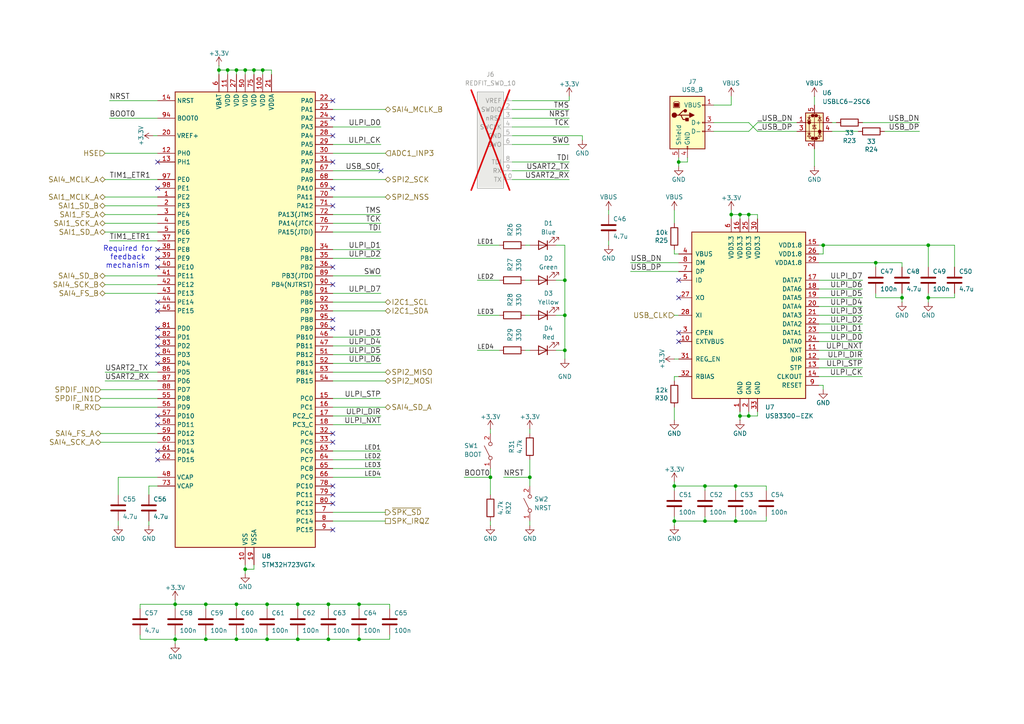
<source format=kicad_sch>
(kicad_sch (version 20231120) (generator "eeschema") (generator_version "8.0")
  (paper "A4")
  (title_block (title "blus mini mk2") (date "2024-11-22") (rev "b") (company "elagil"))
  (junction (at 68.58 20.32))
  (junction (at 104.14 175.26))
  (junction (at 104.14 185.42))
  (junction (at 76.2 20.32))
  (junction (at 213.36 140.97))
  (junction (at 204.47 140.97))
  (junction (at 217.17 62.23))
  (junction (at 213.36 151.13))
  (junction (at 68.58 175.26))
  (junction (at 77.47 185.42))
  (junction (at 217.17 120.65))
  (junction (at 50.8 185.42))
  (junction (at 195.58 140.97))
  (junction (at 77.47 175.26))
  (junction (at 269.24 71.12))
  (junction (at 59.69 185.42))
  (junction (at 59.69 175.26))
  (junction (at 261.62 86.36))
  (junction (at 196.85 46.99))
  (junction (at 195.58 151.13))
  (junction (at 238.76 71.12))
  (junction (at 95.25 185.42))
  (junction (at 86.36 185.42))
  (junction (at 163.83 91.44))
  (junction (at 63.5 20.32))
  (junction (at 50.8 175.26))
  (junction (at 86.36 175.26))
  (junction (at 254 76.2))
  (junction (at 66.04 20.32))
  (junction (at 153.67 138.43))
  (junction (at 163.83 81.28))
  (junction (at 269.24 86.36))
  (junction (at 71.12 165.1))
  (junction (at 142.24 138.43))
  (junction (at 73.66 20.32))
  (junction (at 204.47 151.13))
  (junction (at 95.25 175.26))
  (junction (at 68.58 185.42))
  (junction (at 163.83 101.6))
  (junction (at 214.63 120.65))
  (junction (at 71.12 20.32))
  (junction (at 214.63 62.23))
  (junction (at 212.09 62.23))
  (no_connect (at 96.52 34.29))
  (no_connect (at 45.72 72.39))
  (no_connect (at 45.72 90.17))
  (no_connect (at 196.85 96.52))
  (no_connect (at 96.52 92.71))
  (no_connect (at 96.52 143.51))
  (no_connect (at 45.72 95.25))
  (no_connect (at 45.72 130.81))
  (no_connect (at 96.52 128.27))
  (no_connect (at 45.72 133.35))
  (no_connect (at 45.72 120.65))
  (no_connect (at 45.72 87.63))
  (no_connect (at 45.72 102.87))
  (no_connect (at 45.72 100.33))
  (no_connect (at 96.52 125.73))
  (no_connect (at 196.85 81.28))
  (no_connect (at 96.52 95.25))
  (no_connect (at 45.72 74.93))
  (no_connect (at 96.52 46.99))
  (no_connect (at 110.49 49.53))
  (no_connect (at 96.52 59.69))
  (no_connect (at 96.52 146.05))
  (no_connect (at 196.85 99.06))
  (no_connect (at 96.52 77.47))
  (no_connect (at 45.72 123.19))
  (no_connect (at 196.85 86.36))
  (no_connect (at 96.52 82.55))
  (no_connect (at 45.72 54.61))
  (no_connect (at 96.52 39.37))
  (no_connect (at 96.52 54.61))
  (no_connect (at 96.52 153.67))
  (no_connect (at 96.52 140.97))
  (no_connect (at 45.72 46.99))
  (no_connect (at 96.52 29.21))
  (no_connect (at 45.72 77.47))
  (no_connect (at 45.72 105.41))
  (no_connect (at 45.72 97.79))
  (wire (pts (xy 212.09 60.96) (xy 212.09 62.23)))
  (wire (pts (xy 163.83 91.44) (xy 163.83 101.6)))
  (wire (pts (xy 195.58 109.22) (xy 195.58 110.49)))
  (wire (pts (xy 30.48 57.15) (xy 45.72 57.15)))
  (wire (pts (xy 237.49 93.98) (xy 250.19 93.98)))
  (wire (pts (xy 96.52 148.59) (xy 111.76 148.59)))
  (wire (pts (xy 161.29 81.28) (xy 163.83 81.28)))
  (wire (pts (xy 45.72 113.03) (xy 29.21 113.03)))
  (wire (pts (xy 148.59 34.29) (xy 165.1 34.29)))
  (wire (pts (xy 73.66 20.32) (xy 76.2 20.32)))
  (wire (pts (xy 138.43 91.44) (xy 144.78 91.44)))
  (wire (pts (xy 217.17 120.65) (xy 219.71 120.65)))
  (wire (pts (xy 256.54 38.1) (xy 266.7 38.1)))
  (wire (pts (xy 71.12 163.83) (xy 71.12 165.1)))
  (wire (pts (xy 95.25 176.53) (xy 95.25 175.26)))
  (wire (pts (xy 161.29 91.44) (xy 163.83 91.44)))
  (wire (pts (xy 63.5 20.32) (xy 66.04 20.32)))
  (wire (pts (xy 219.71 119.38) (xy 219.71 120.65)))
  (wire (pts (xy 96.52 52.07) (xy 111.76 52.07)))
  (wire (pts (xy 261.62 76.2) (xy 261.62 77.47)))
  (wire (pts (xy 31.75 34.29) (xy 45.72 34.29)))
  (wire (pts (xy 45.72 82.55) (xy 30.48 82.55)))
  (wire (pts (xy 96.52 123.19) (xy 110.49 123.19)))
  (wire (pts (xy 222.25 151.13) (xy 222.25 149.86)))
  (wire (pts (xy 217.17 35.56) (xy 207.01 35.56)))
  (wire (pts (xy 195.58 91.44) (xy 196.85 91.44)))
  (wire (pts (xy 254 77.47) (xy 254 76.2)))
  (wire (pts (xy 77.47 175.26) (xy 86.36 175.26)))
  (wire (pts (xy 142.24 138.43) (xy 142.24 143.51)))
  (wire (pts (xy 237.49 83.82) (xy 250.19 83.82)))
  (wire (pts (xy 236.22 27.94) (xy 236.22 30.48)))
  (wire (pts (xy 217.17 119.38) (xy 217.17 120.65)))
  (wire (pts (xy 40.64 175.26) (xy 50.8 175.26)))
  (wire (pts (xy 86.36 185.42) (xy 95.25 185.42)))
  (wire (pts (xy 96.52 87.63) (xy 111.76 87.63)))
  (wire (pts (xy 86.36 175.26) (xy 86.36 176.53)))
  (wire (pts (xy 237.49 109.22) (xy 250.19 109.22)))
  (wire (pts (xy 76.2 20.32) (xy 78.74 20.32)))
  (wire (pts (xy 104.14 175.26) (xy 113.03 175.26)))
  (wire (pts (xy 146.05 138.43) (xy 153.67 138.43)))
  (wire (pts (xy 148.59 31.75) (xy 165.1 31.75)))
  (wire (pts (xy 214.63 120.65) (xy 217.17 120.65)))
  (wire (pts (xy 195.58 104.14) (xy 196.85 104.14)))
  (wire (pts (xy 237.49 88.9) (xy 250.19 88.9)))
  (wire (pts (xy 138.43 71.12) (xy 144.78 71.12)))
  (wire (pts (xy 66.04 20.32) (xy 68.58 20.32)))
  (wire (pts (xy 195.58 60.96) (xy 195.58 64.77)))
  (wire (pts (xy 152.4 101.6) (xy 153.67 101.6)))
  (wire (pts (xy 73.66 20.32) (xy 73.66 21.59)))
  (wire (pts (xy 195.58 151.13) (xy 195.58 152.4)))
  (wire (pts (xy 96.52 118.11) (xy 111.76 118.11)))
  (wire (pts (xy 71.12 20.32) (xy 73.66 20.32)))
  (wire (pts (xy 153.67 138.43) (xy 153.67 140.97)))
  (wire (pts (xy 238.76 73.66) (xy 238.76 71.12)))
  (wire (pts (xy 96.52 85.09) (xy 110.49 85.09)))
  (wire (pts (xy 196.85 46.99) (xy 196.85 48.26)))
  (wire (pts (xy 43.18 140.97) (xy 43.18 143.51)))
  (wire (pts (xy 50.8 185.42) (xy 50.8 186.69)))
  (wire (pts (xy 266.7 35.56) (xy 250.19 35.56)))
  (wire (pts (xy 204.47 140.97) (xy 213.36 140.97)))
  (wire (pts (xy 59.69 175.26) (xy 68.58 175.26)))
  (wire (pts (xy 30.48 52.07) (xy 45.72 52.07)))
  (wire (pts (xy 153.67 151.13) (xy 153.67 152.4)))
  (wire (pts (xy 204.47 140.97) (xy 195.58 140.97)))
  (wire (pts (xy 214.63 119.38) (xy 214.63 120.65)))
  (wire (pts (xy 217.17 35.56) (xy 219.71 38.1)))
  (wire (pts (xy 30.48 62.23) (xy 45.72 62.23)))
  (wire (pts (xy 237.49 81.28) (xy 250.19 81.28)))
  (wire (pts (xy 71.12 165.1) (xy 71.12 166.37)))
  (wire (pts (xy 50.8 185.42) (xy 59.69 185.42)))
  (wire (pts (xy 204.47 142.24) (xy 204.47 140.97)))
  (wire (pts (xy 68.58 175.26) (xy 77.47 175.26)))
  (wire (pts (xy 217.17 63.5) (xy 217.17 62.23)))
  (wire (pts (xy 134.62 138.43) (xy 142.24 138.43)))
  (wire (pts (xy 95.25 175.26) (xy 104.14 175.26)))
  (wire (pts (xy 63.5 20.32) (xy 63.5 21.59)))
  (wire (pts (xy 237.49 71.12) (xy 238.76 71.12)))
  (wire (pts (xy 96.52 80.01) (xy 110.49 80.01)))
  (wire (pts (xy 213.36 142.24) (xy 213.36 140.97)))
  (wire (pts (xy 59.69 176.53) (xy 59.69 175.26)))
  (wire (pts (xy 63.5 19.05) (xy 63.5 20.32)))
  (wire (pts (xy 237.49 111.76) (xy 238.76 111.76)))
  (wire (pts (xy 68.58 20.32) (xy 71.12 20.32)))
  (wire (pts (xy 113.03 175.26) (xy 113.03 176.53)))
  (wire (pts (xy 195.58 118.11) (xy 195.58 121.92)))
  (wire (pts (xy 96.52 31.75) (xy 111.76 31.75)))
  (wire (pts (xy 213.36 140.97) (xy 222.25 140.97)))
  (wire (pts (xy 237.49 106.68) (xy 250.19 106.68)))
  (wire (pts (xy 86.36 185.42) (xy 86.36 184.15)))
  (wire (pts (xy 86.36 175.26) (xy 95.25 175.26)))
  (wire (pts (xy 269.24 86.36) (xy 276.86 86.36)))
  (wire (pts (xy 165.1 29.21) (xy 165.1 27.94)))
  (wire (pts (xy 138.43 81.28) (xy 144.78 81.28)))
  (wire (pts (xy 261.62 85.09) (xy 261.62 86.36)))
  (wire (pts (xy 68.58 185.42) (xy 77.47 185.42)))
  (wire (pts (xy 68.58 20.32) (xy 68.58 21.59)))
  (wire (pts (xy 213.36 151.13) (xy 213.36 149.86)))
  (wire (pts (xy 96.52 105.41) (xy 110.49 105.41)))
  (wire (pts (xy 96.52 72.39) (xy 110.49 72.39)))
  (wire (pts (xy 148.59 52.07) (xy 165.1 52.07)))
  (wire (pts (xy 45.72 80.01) (xy 30.48 80.01)))
  (wire (pts (xy 34.29 151.13) (xy 34.29 152.4)))
  (wire (pts (xy 152.4 91.44) (xy 153.67 91.44)))
  (wire (pts (xy 29.21 128.27) (xy 45.72 128.27)))
  (wire (pts (xy 40.64 176.53) (xy 40.64 175.26)))
  (wire (pts (xy 214.63 62.23) (xy 217.17 62.23)))
  (wire (pts (xy 204.47 151.13) (xy 204.47 149.86)))
  (wire (pts (xy 195.58 149.86) (xy 195.58 151.13)))
  (wire (pts (xy 237.49 86.36) (xy 250.19 86.36)))
  (wire (pts (xy 219.71 35.56) (xy 231.14 35.56)))
  (wire (pts (xy 236.22 43.18) (xy 236.22 48.26)))
  (wire (pts (xy 195.58 72.39) (xy 195.58 73.66)))
  (wire (pts (xy 96.52 120.65) (xy 110.49 120.65)))
  (wire (pts (xy 95.25 184.15) (xy 95.25 185.42)))
  (wire (pts (xy 212.09 30.48) (xy 212.09 27.94)))
  (wire (pts (xy 96.52 100.33) (xy 110.49 100.33)))
  (wire (pts (xy 76.2 20.32) (xy 76.2 21.59)))
  (wire (pts (xy 196.85 45.72) (xy 196.85 46.99)))
  (wire (pts (xy 96.52 110.49) (xy 111.76 110.49)))
  (wire (pts (xy 30.48 64.77) (xy 45.72 64.77)))
  (wire (pts (xy 241.3 38.1) (xy 248.92 38.1)))
  (wire (pts (xy 214.63 120.65) (xy 214.63 121.92)))
  (wire (pts (xy 148.59 36.83) (xy 165.1 36.83)))
  (wire (pts (xy 276.86 77.47) (xy 276.86 71.12)))
  (wire (pts (xy 237.49 96.52) (xy 250.19 96.52)))
  (wire (pts (xy 269.24 85.09) (xy 269.24 86.36)))
  (wire (pts (xy 96.52 151.13) (xy 111.76 151.13)))
  (wire (pts (xy 30.48 107.95) (xy 45.72 107.95)))
  (wire (pts (xy 96.52 57.15) (xy 111.76 57.15)))
  (wire (pts (xy 34.29 138.43) (xy 34.29 143.51)))
  (wire (pts (xy 196.85 78.74) (xy 182.88 78.74)))
  (wire (pts (xy 269.24 86.36) (xy 269.24 87.63)))
  (wire (pts (xy 29.21 118.11) (xy 45.72 118.11)))
  (wire (pts (xy 59.69 185.42) (xy 68.58 185.42)))
  (wire (pts (xy 73.66 163.83) (xy 73.66 165.1)))
  (wire (pts (xy 196.85 109.22) (xy 195.58 109.22)))
  (wire (pts (xy 77.47 185.42) (xy 86.36 185.42)))
  (wire (pts (xy 195.58 140.97) (xy 195.58 142.24)))
  (wire (pts (xy 163.83 71.12) (xy 163.83 81.28)))
  (wire (pts (xy 269.24 77.47) (xy 269.24 71.12)))
  (wire (pts (xy 238.76 71.12) (xy 269.24 71.12)))
  (wire (pts (xy 261.62 76.2) (xy 254 76.2)))
  (wire (pts (xy 219.71 35.56) (xy 217.17 38.1)))
  (wire (pts (xy 96.52 138.43) (xy 110.49 138.43)))
  (wire (pts (xy 96.52 97.79) (xy 110.49 97.79)))
  (wire (pts (xy 261.62 86.36) (xy 261.62 87.63)))
  (wire (pts (xy 66.04 20.32) (xy 66.04 21.59)))
  (wire (pts (xy 96.52 41.91) (xy 110.49 41.91)))
  (wire (pts (xy 142.24 124.46) (xy 142.24 125.73)))
  (wire (pts (xy 77.47 185.42) (xy 77.47 184.15)))
  (wire (pts (xy 78.74 21.59) (xy 78.74 20.32)))
  (wire (pts (xy 113.03 184.15) (xy 113.03 185.42)))
  (wire (pts (xy 142.24 135.89) (xy 142.24 138.43)))
  (wire (pts (xy 214.63 63.5) (xy 214.63 62.23)))
  (wire (pts (xy 213.36 151.13) (xy 222.25 151.13)))
  (wire (pts (xy 153.67 138.43) (xy 153.67 133.35)))
  (wire (pts (xy 34.29 138.43) (xy 45.72 138.43)))
  (wire (pts (xy 29.21 115.57) (xy 45.72 115.57)))
  (wire (pts (xy 217.17 62.23) (xy 219.71 62.23)))
  (wire (pts (xy 161.29 101.6) (xy 163.83 101.6)))
  (wire (pts (xy 238.76 111.76) (xy 238.76 113.03)))
  (wire (pts (xy 217.17 38.1) (xy 207.01 38.1)))
  (wire (pts (xy 96.52 102.87) (xy 110.49 102.87)))
  (wire (pts (xy 199.39 45.72) (xy 199.39 46.99)))
  (wire (pts (xy 71.12 165.1) (xy 73.66 165.1)))
  (wire (pts (xy 153.67 125.73) (xy 153.67 124.46)))
  (wire (pts (xy 261.62 86.36) (xy 254 86.36)))
  (wire (pts (xy 68.58 176.53) (xy 68.58 175.26)))
  (wire (pts (xy 30.48 110.49) (xy 45.72 110.49)))
  (wire (pts (xy 96.52 62.23) (xy 110.49 62.23)))
  (wire (pts (xy 148.59 29.21) (xy 165.1 29.21)))
  (wire (pts (xy 96.52 67.31) (xy 110.49 67.31)))
  (wire (pts (xy 168.91 39.37) (xy 168.91 40.64)))
  (wire (pts (xy 241.3 35.56) (xy 242.57 35.56)))
  (wire (pts (xy 110.49 49.53) (xy 96.52 49.53)))
  (wire (pts (xy 212.09 62.23) (xy 214.63 62.23)))
  (wire (pts (xy 40.64 184.15) (xy 40.64 185.42)))
  (wire (pts (xy 219.71 63.5) (xy 219.71 62.23)))
  (wire (pts (xy 219.71 38.1) (xy 231.14 38.1)))
  (wire (pts (xy 148.59 49.53) (xy 165.1 49.53)))
  (wire (pts (xy 195.58 73.66) (xy 196.85 73.66)))
  (wire (pts (xy 59.69 185.42) (xy 59.69 184.15)))
  (wire (pts (xy 237.49 73.66) (xy 238.76 73.66)))
  (wire (pts (xy 152.4 71.12) (xy 153.67 71.12)))
  (wire (pts (xy 96.52 74.93) (xy 110.49 74.93)))
  (wire (pts (xy 96.52 130.81) (xy 110.49 130.81)))
  (wire (pts (xy 96.52 107.95) (xy 111.76 107.95)))
  (wire (pts (xy 96.52 36.83) (xy 110.49 36.83)))
  (wire (pts (xy 148.59 41.91) (xy 165.1 41.91)))
  (wire (pts (xy 254 85.09) (xy 254 86.36)))
  (wire (pts (xy 163.83 101.6) (xy 163.83 104.14)))
  (wire (pts (xy 276.86 85.09) (xy 276.86 86.36)))
  (wire (pts (xy 50.8 175.26) (xy 50.8 176.53)))
  (wire (pts (xy 40.64 185.42) (xy 50.8 185.42)))
  (wire (pts (xy 96.52 133.35) (xy 110.49 133.35)))
  (wire (pts (xy 222.25 140.97) (xy 222.25 142.24)))
  (wire (pts (xy 31.75 69.85) (xy 45.72 69.85)))
  (wire (pts (xy 237.49 104.14) (xy 250.19 104.14)))
  (wire (pts (xy 96.52 64.77) (xy 110.49 64.77)))
  (wire (pts (xy 196.85 76.2) (xy 182.88 76.2)))
  (wire (pts (xy 30.48 67.31) (xy 45.72 67.31)))
  (wire (pts (xy 195.58 139.7) (xy 195.58 140.97)))
  (wire (pts (xy 148.59 39.37) (xy 168.91 39.37)))
  (wire (pts (xy 96.52 115.57) (xy 110.49 115.57)))
  (wire (pts (xy 31.75 29.21) (xy 45.72 29.21)))
  (wire (pts (xy 96.52 44.45) (xy 111.76 44.45)))
  (wire (pts (xy 152.4 81.28) (xy 153.67 81.28)))
  (wire (pts (xy 104.14 185.42) (xy 113.03 185.42)))
  (wire (pts (xy 71.12 20.32) (xy 71.12 21.59)))
  (wire (pts (xy 45.72 85.09) (xy 30.48 85.09)))
  (wire (pts (xy 59.69 175.26) (xy 50.8 175.26)))
  (wire (pts (xy 50.8 184.15) (xy 50.8 185.42)))
  (wire (pts (xy 237.49 76.2) (xy 254 76.2)))
  (wire (pts (xy 161.29 71.12) (xy 163.83 71.12)))
  (wire (pts (xy 163.83 81.28) (xy 163.83 91.44)))
  (wire (pts (xy 96.52 90.17) (xy 111.76 90.17)))
  (wire (pts (xy 95.25 185.42) (xy 104.14 185.42)))
  (wire (pts (xy 276.86 71.12) (xy 269.24 71.12)))
  (wire (pts (xy 212.09 62.23) (xy 212.09 63.5)))
  (wire (pts (xy 30.48 59.69) (xy 45.72 59.69)))
  (wire (pts (xy 237.49 99.06) (xy 250.19 99.06)))
  (wire (pts (xy 148.59 46.99) (xy 165.1 46.99)))
  (wire (pts (xy 77.47 175.26) (xy 77.47 176.53)))
  (wire (pts (xy 237.49 91.44) (xy 250.19 91.44)))
  (wire (pts (xy 237.49 101.6) (xy 250.19 101.6)))
  (wire (pts (xy 50.8 173.99) (xy 50.8 175.26)))
  (wire (pts (xy 196.85 46.99) (xy 199.39 46.99)))
  (wire (pts (xy 104.14 176.53) (xy 104.14 175.26)))
  (wire (pts (xy 142.24 151.13) (xy 142.24 152.4)))
  (wire (pts (xy 204.47 151.13) (xy 213.36 151.13)))
  (wire (pts (xy 176.53 60.96) (xy 176.53 62.23)))
  (wire (pts (xy 138.43 101.6) (xy 144.78 101.6)))
  (wire (pts (xy 44.45 39.37) (xy 45.72 39.37)))
  (wire (pts (xy 30.48 44.45) (xy 45.72 44.45)))
  (wire (pts (xy 176.53 69.85) (xy 176.53 71.12)))
  (wire (pts (xy 29.21 125.73) (xy 45.72 125.73)))
  (wire (pts (xy 43.18 140.97) (xy 45.72 140.97)))
  (wire (pts (xy 207.01 30.48) (xy 212.09 30.48)))
  (wire (pts (xy 104.14 184.15) (xy 104.14 185.42)))
  (wire (pts (xy 96.52 135.89) (xy 110.49 135.89)))
  (wire (pts (xy 195.58 151.13) (xy 204.47 151.13)))
  (wire (pts (xy 43.18 151.13) (xy 43.18 152.4)))
  (wire (pts (xy 68.58 185.42) (xy 68.58 184.15)))
  (text "Required for\nfeedback\nmechanism" (at 37.084 74.676 0) (effects (font (size 1.524 1.524))))
  (label "ULPI_D1" (at 110.49 72.39 180) (effects (font (size 1.524 1.524))))
  (label "ULPI_D4" (at 110.49 100.33 180) (effects (font (size 1.524 1.524))))
  (label "ULPI_D0" (at 110.49 36.83 180) (effects (font (size 1.524 1.524))))
  (label "TDI" (at 110.49 67.31 180) (effects (font (size 1.524 1.524))))
  (label "ULPI_D3" (at 110.49 97.79 180) (effects (font (size 1.524 1.524))))
  (label "BOOT0" (at 134.62 138.43 0) (effects (font (size 1.524 1.524))))
  (label "ULPI_D5" (at 250.19 86.36 180) (effects (font (size 1.524 1.524))))
  (label "ULPI_D1" (at 250.19 96.52 180) (effects (font (size 1.524 1.524))))
  (label "ULPI_D7" (at 250.19 81.28 180) (effects (font (size 1.524 1.524))))
  (label "ULPI_D2" (at 250.19 93.98 180) (effects (font (size 1.524 1.524))))
  (label "SWO" (at 165.1 41.91 180) (effects (font (size 1.524 1.524))))
  (label "NRST" (at 165.1 34.29 180) (effects (font (size 1.524 1.524))))
  (label "USART2_TX" (at 165.1 49.53 180) (effects (font (size 1.524 1.524))))
  (label "ULPI_D7" (at 110.49 85.09 180) (effects (font (size 1.524 1.524))))
  (label "USB_DN" (at 266.7 35.56 180) (effects (font (size 1.524 1.524))))
  (label "TCK" (at 110.49 64.77 180) (effects (font (size 1.524 1.524))))
  (label "TIM1_ETR1" (at 31.75 69.85 0) (effects (font (size 1.524 1.524))))
  (label "LED1" (at 138.43 71.12 0))
  (label "ULPI_DIR" (at 250.19 104.14 180) (effects (font (size 1.524 1.524))))
  (label "ULPI_D6" (at 250.19 83.82 180) (effects (font (size 1.524 1.524))))
  (label "ULPI_NXT" (at 250.19 101.6 180) (effects (font (size 1.524 1.524))))
  (label "ULPI_D3" (at 250.19 91.44 180) (effects (font (size 1.524 1.524))))
  (label "SWO" (at 110.49 80.01 180) (effects (font (size 1.524 1.524))))
  (label "ULPI_D2" (at 110.49 74.93 180) (effects (font (size 1.524 1.524))))
  (label "LED2" (at 138.43 81.28 0))
  (label "USB_DP" (at 182.88 78.74 0) (effects (font (size 1.524 1.524))))
  (label "_USB_DP" (at 219.71 38.1 0) (effects (font (size 1.524 1.524))))
  (label "TMS" (at 165.1 31.75 180) (effects (font (size 1.524 1.524))))
  (label "TIM1_ETR1" (at 31.75 52.07 0) (effects (font (size 1.524 1.524))))
  (label "ULPI_D4" (at 250.19 88.9 180) (effects (font (size 1.524 1.524))))
  (label "TMS" (at 110.49 62.23 180) (effects (font (size 1.524 1.524))))
  (label "ULPI_DIR" (at 110.49 120.65 180) (effects (font (size 1.524 1.524))))
  (label "LED3" (at 138.43 91.44 0))
  (label "TDI" (at 165.1 46.99 180) (effects (font (size 1.524 1.524))))
  (label "USB_SOF" (at 110.49 49.53 180) (effects (font (size 1.524 1.524))))
  (label "ULPI_STP" (at 250.19 106.68 180) (effects (font (size 1.524 1.524))))
  (label "LED3" (at 110.49 135.89 180))
  (label "ULPI_STP" (at 110.49 115.57 180) (effects (font (size 1.524 1.524))))
  (label "USB_DP" (at 266.7 38.1 180) (effects (font (size 1.524 1.524))))
  (label "NRST" (at 31.75 29.21 0) (effects (font (size 1.524 1.524))))
  (label "USART2_RX" (at 30.48 110.49 0) (effects (font (size 1.524 1.524))))
  (label "USB_DN" (at 182.88 76.2 0) (effects (font (size 1.524 1.524))))
  (label "BOOT0" (at 31.75 34.29 0) (effects (font (size 1.524 1.524))))
  (label "USART2_RX" (at 165.1 52.07 180) (effects (font (size 1.524 1.524))))
  (label "ULPI_D0" (at 250.19 99.06 180) (effects (font (size 1.524 1.524))))
  (label "ULPI_D6" (at 110.49 105.41 180) (effects (font (size 1.524 1.524))))
  (label "_USB_DN" (at 219.71 35.56 0) (effects (font (size 1.524 1.524))))
  (label "ULPI_CK" (at 110.49 41.91 180) (effects (font (size 1.524 1.524))))
  (label "ULPI_NXT" (at 110.49 123.19 180) (effects (font (size 1.524 1.524))))
  (label "LED4" (at 138.43 101.6 0))
  (label "LED1" (at 110.49 130.81 180))
  (label "TCK" (at 165.1 36.83 180) (effects (font (size 1.524 1.524))))
  (label "LED2" (at 110.49 133.35 180))
  (label "USART2_TX" (at 30.48 107.95 0) (effects (font (size 1.524 1.524))))
  (label "LED4" (at 110.49 138.43 180))
  (label "NRST" (at 146.05 138.43 0) (effects (font (size 1.524 1.524))))
  (label "ULPI_D5" (at 110.49 102.87 180) (effects (font (size 1.524 1.524))))
  (label "ULPI_CK" (at 250.19 109.22 180) (effects (font (size 1.524 1.524))))
  (hierarchical_label "SAI1_SD_B" (shape bidirectional) (at 30.48 59.69 180) (effects (font (size 1.524 1.524))))
  (hierarchical_label "SAI1_SD_A" (shape bidirectional) (at 30.48 67.31 180) (effects (font (size 1.524 1.524))))
  (hierarchical_label "I2C1_SCL" (shape bidirectional) (at 111.76 87.63 0) (effects (font (size 1.524 1.524))))
  (hierarchical_label "IR_RX" (shape input) (at 29.21 118.11 180) (effects (font (size 1.524 1.524))))
  (hierarchical_label "SAI4_MCLK_B" (shape bidirectional) (at 111.76 31.75 0) (effects (font (size 1.524 1.524))))
  (hierarchical_label "SPDIF_IN0" (shape input) (at 29.21 113.03 180) (effects (font (size 1.524 1.524))))
  (hierarchical_label "SAI4_FS_B" (shape bidirectional) (at 30.48 85.09 180) (effects (font (size 1.524 1.524))))
  (hierarchical_label "USB_CLK" (shape input) (at 195.58 91.44 180) (effects (font (size 1.524 1.524))))
  (hierarchical_label "SPK_IRQZ" (shape passive) (at 111.76 151.13 0) (effects (font (size 1.524 1.524))))
  (hierarchical_label "SAI1_SCK_A" (shape bidirectional) (at 30.48 64.77 180) (effects (font (size 1.524 1.524))))
  (hierarchical_label "SPI2_SCK" (shape bidirectional) (at 111.76 52.07 0) (effects (font (size 1.524 1.524))))
  (hierarchical_label "SPI2_MISO" (shape bidirectional) (at 111.76 107.95 0) (effects (font (size 1.524 1.524))))
  (hierarchical_label "SAI4_SCK_A" (shape bidirectional) (at 29.21 128.27 180) (effects (font (size 1.524 1.524))))
  (hierarchical_label "SPDIF_IN1" (shape input) (at 29.21 115.57 180) (effects (font (size 1.524 1.524))))
  (hierarchical_label "HSE" (shape input) (at 30.48 44.45 180) (effects (font (size 1.524 1.524))))
  (hierarchical_label "SAI4_FS_A" (shape bidirectional) (at 29.21 125.73 180) (effects (font (size 1.524 1.524))))
  (hierarchical_label "I2C1_SDA" (shape bidirectional) (at 111.76 90.17 0) (effects (font (size 1.524 1.524))))
  (hierarchical_label "~{SPK_SD}" (shape output) (at 111.76 148.59 0) (effects (font (size 1.524 1.524))))
  (hierarchical_label "SAI4_SCK_B" (shape bidirectional) (at 30.48 82.55 180) (effects (font (size 1.524 1.524))))
  (hierarchical_label "SAI4_SD_B" (shape bidirectional) (at 30.48 80.01 180) (effects (font (size 1.524 1.524))))
  (hierarchical_label "SAI4_SD_A" (shape bidirectional) (at 111.76 118.11 0) (effects (font (size 1.524 1.524))))
  (hierarchical_label "SAI1_MCLK_A" (shape bidirectional) (at 30.48 57.15 180) (effects (font (size 1.524 1.524))))
  (hierarchical_label "SPI2_NSS" (shape bidirectional) (at 111.76 57.15 0) (effects (font (size 1.524 1.524))))
  (hierarchical_label "SAI4_MCLK_A" (shape bidirectional) (at 30.48 52.07 180) (effects (font (size 1.524 1.524))))
  (hierarchical_label "SAI1_FS_A" (shape bidirectional) (at 30.48 62.23 180) (effects (font (size 1.524 1.524))))
  (hierarchical_label "ADC1_INP3" (shape input) (at 111.76 44.45 0) (effects (font (size 1.524 1.524))))
  (hierarchical_label "SPI2_MOSI" (shape bidirectional) (at 111.76 110.49 0) (effects (font (size 1.524 1.524))))
  (symbol (lib_id "Switch:SW_SPST") (at 153.67 146.05 90) (unit 1)
    (property "Reference" "SW2" (at 154.94 144.7799 90) (effects (justify right)))
    (property "Value" "NRST" (at 154.94 147.3199 90) (effects (justify right)))
    (property "Footprint" "Button_Switch_SMD:SW_SPST_TL3342" (effects (hide yes)))
    (property "Description" "Single Pole Single Throw (SPST) switch" (effects (hide yes)))
    (property "MPN" "C318884" (effects (hide yes)))
  )
  (symbol (lib_id "power:VBUS") (at 236.22 27.94 0) (unit 1)
    (property "Reference" "#PWR071" (effects (hide yes)))
    (property "Value" "VBUS" (at 236.22 24.13 0))
    (property "Description" "Power symbol creates a global label with name \"VBUS\"" (effects (hide yes)))
  )
  (symbol (lib_id "Switch:SW_SPST") (at 142.24 130.81 90) (unit 1)
    (property "Reference" "SW1" (at 134.62 129.286 90) (effects (justify right)))
    (property "Value" "BOOT" (at 134.62 131.826 90) (effects (justify right)))
    (property "Footprint" "Button_Switch_SMD:SW_SPST_TL3342" (effects (hide yes)))
    (property "Description" "Single Pole Single Throw (SPST) switch" (effects (hide yes)))
    (property "MPN" "C318884" (effects (hide yes)))
  )
  (symbol (lib_id "power:GND") (at 269.24 87.63 0) (unit 1)
    (property "Reference" "#PWR081" (effects (hide yes)))
    (property "Value" "GND" (at 269.24 91.44 0))
    (property "Description" "Power symbol creates a global label with name \"GND\" , ground" (effects (hide yes)))
  )
  (symbol (lib_id "power:+3.3V") (at 44.45 39.37 90) (unit 1)
    (property "Reference" "#PWR072" (effects (hide yes)))
    (property "Value" "+3.3V" (at 40.894 39.37 0))
    (property "Description" "Power symbol creates a global label with name \"+3.3V\"" (effects (hide yes)))
  )
  (symbol (lib_id "Device:C") (at 34.29 147.32 0) (unit 1)
    (property "Reference" "C55" (at 35.56 144.78 0) (effects (justify left)))
    (property "Value" "4.7u" (at 35.56 149.86 0) (effects (justify left)))
    (property "Footprint" "Capacitor_SMD:C_0805_2012Metric" (effects (hide yes)))
    (property "Description" "Unpolarized capacitor" (effects (hide yes)))
    (property "MPN" "C1779" (effects (hide yes)))
  )
  (symbol (lib_id "Device:C") (at 222.25 146.05 0) (unit 1)
    (property "Reference" "C54" (at 223.52 143.51 0) (effects (justify left)))
    (property "Value" "100n" (at 223.52 148.59 0) (effects (justify left)))
    (property "Footprint" "Capacitor_SMD:C_0402_1005Metric" (effects (hide yes)))
    (property "Description" "Unpolarized capacitor" (effects (hide yes)))
    (property "MPN" "C307331" (effects (hide yes)))
  )
  (symbol (lib_id "Device:R") (at 148.59 101.6 270) (unit 1)
    (property "Reference" "R29" (at 147.955 99.06 0) (effects (justify right)))
    (property "Value" "330" (at 150.495 99.06 0) (effects (justify right)))
    (property "Footprint" "Resistor_SMD:R_0402_1005Metric" (effects (hide yes)))
    (property "Description" "Resistor" (effects (hide yes)))
    (property "MPN" "C25104" (effects (hide yes)))
  )
  (symbol (lib_id "power:+3.3V") (at 195.58 104.14 90) (unit 1)
    (property "Reference" "#PWR082" (effects (hide yes)))
    (property "Value" "+3.3V" (at 192.024 104.14 0))
    (property "Description" "Power symbol creates a global label with name \"+3.3V\"" (effects (hide yes)))
  )
  (symbol (lib_id "Device:LED") (at 157.48 91.44 180) (unit 1)
    (property "Reference" "D3" (at 159.0675 85.09 0))
    (property "Value" "Yellow" (at 159.0675 87.63 0))
    (property "Footprint" "LED_SMD:LED_0603_1608Metric" (effects (hide yes)))
    (property "Description" "Light emitting diode" (effects (hide yes)))
    (property "MPN" "C72038" (effects (hide yes)))
  )
  (symbol (lib_id "Device:LED") (at 157.48 101.6 180) (unit 1)
    (property "Reference" "D4" (at 159.0675 95.25 0))
    (property "Value" "Red" (at 159.0675 97.79 0))
    (property "Footprint" "LED_SMD:LED_0603_1608Metric" (effects (hide yes)))
    (property "Description" "Light emitting diode" (effects (hide yes)))
    (property "MPN" "C2286" (effects (hide yes)))
  )
  (symbol (lib_id "power:+3.3V") (at 142.24 124.46 0) (unit 1)
    (property "Reference" "#PWR087" (effects (hide yes)))
    (property "Value" "+3.3V" (at 142.24 120.904 0))
    (property "Description" "Power symbol creates a global label with name \"+3.3V\"" (effects (hide yes)))
  )
  (symbol (lib_id "power:+3.3V") (at 153.67 124.46 0) (unit 1)
    (property "Reference" "#PWR088" (effects (hide yes)))
    (property "Value" "+3.3V" (at 153.67 120.904 0))
    (property "Description" "Power symbol creates a global label with name \"+3.3V\"" (effects (hide yes)))
  )
  (symbol (lib_id "Connectors_Debug:REDFIT_SWD_10") (at 142.24 29.21 0) (unit 1) (dnp yes)
    (property "Reference" "J6" (at 142.24 21.59 0))
    (property "Value" "REDFIT_SWD_10" (at 142.24 24.13 0))
    (property "Footprint" "Connector_Debug:WR-WST REDFIT IDC 6 10 DBG" (effects (hide yes)))
  )
  (symbol (lib_id "power:GND") (at 142.24 152.4 0) (unit 1)
    (property "Reference" "#PWR093" (effects (hide yes)))
    (property "Value" "GND" (at 142.24 156.21 0))
    (property "Description" "Power symbol creates a global label with name \"GND\" , ground" (effects (hide yes)))
  )
  (symbol (lib_id "Device:R") (at 246.38 35.56 90) (unit 1)
    (property "Reference" "R23" (at 246.38 40.8178 90))
    (property "Value" "33" (at 246.38 38.5064 90))
    (property "Footprint" "Resistor_SMD:R_0402_1005Metric" (effects (hide yes)))
    (property "Description" "Resistor" (effects (hide yes)))
    (property "MPN" "C25105" (effects (hide yes)))
  )
  (symbol (lib_id "Device:R") (at 142.24 147.32 180) (unit 1)
    (property "Reference" "R32" (at 147.4978 147.32 90))
    (property "Value" "4.7k" (at 145.1864 147.32 90))
    (property "Footprint" "Resistor_SMD:R_0402_1005Metric" (effects (hide yes)))
    (property "Description" "Resistor" (effects (hide yes)))
    (property "MPN" "C25900" (effects (hide yes)))
  )
  (symbol (lib_id "power:GND") (at 153.67 152.4 0) (unit 1)
    (property "Reference" "#PWR094" (effects (hide yes)))
    (property "Value" "GND" (at 153.67 156.21 0))
    (property "Description" "Power symbol creates a global label with name \"GND\" , ground" (effects (hide yes)))
  )
  (symbol (lib_id "power:+3.3V") (at 63.5 19.05 0) (unit 1)
    (property "Reference" "#PWR068" (effects (hide yes)))
    (property "Value" "+3.3V" (at 63.5 15.494 0))
    (property "Description" "Power symbol creates a global label with name \"+3.3V\"" (effects (hide yes)))
  )
  (symbol (lib_id "Device:C") (at 104.14 180.34 0) (unit 1)
    (property "Reference" "C64" (at 105.41 177.8 0) (effects (justify left)))
    (property "Value" "100n" (at 105.41 182.88 0) (effects (justify left)))
    (property "Footprint" "Capacitor_SMD:C_0402_1005Metric" (effects (hide yes)))
    (property "Description" "Unpolarized capacitor" (effects (hide yes)))
    (property "MPN" "C307331" (effects (hide yes)))
  )
  (symbol (lib_id "Device:C") (at 204.47 146.05 0) (unit 1)
    (property "Reference" "C52" (at 205.74 143.51 0) (effects (justify left)))
    (property "Value" "100n" (at 205.74 148.59 0) (effects (justify left)))
    (property "Footprint" "Capacitor_SMD:C_0402_1005Metric" (effects (hide yes)))
    (property "Description" "Unpolarized capacitor" (effects (hide yes)))
    (property "MPN" "C307331" (effects (hide yes)))
  )
  (symbol (lib_id "Device:C") (at 59.69 180.34 0) (unit 1)
    (property "Reference" "C59" (at 60.96 177.8 0) (effects (justify left)))
    (property "Value" "100n" (at 60.96 182.88 0) (effects (justify left)))
    (property "Footprint" "Capacitor_SMD:C_0402_1005Metric" (effects (hide yes)))
    (property "Description" "Unpolarized capacitor" (effects (hide yes)))
    (property "MPN" "C307331" (effects (hide yes)))
  )
  (symbol (lib_id "power:GND") (at 195.58 152.4 0) (unit 1)
    (property "Reference" "#PWR090" (effects (hide yes)))
    (property "Value" "GND" (at 195.58 156.21 0))
    (property "Description" "Power symbol creates a global label with name \"GND\" , ground" (effects (hide yes)))
  )
  (symbol (lib_id "Device:R") (at 195.58 114.3 180) (unit 1)
    (property "Reference" "R30" (at 193.802 115.4684 0) (effects (justify left)))
    (property "Value" "12k" (at 193.802 113.157 0) (effects (justify left)))
    (property "Footprint" "Resistor_SMD:R_0402_1005Metric" (effects (hide yes)))
    (property "Description" "Resistor" (effects (hide yes)))
    (property "MPN" "C25752" (effects (hide yes)))
  )
  (symbol (lib_id "Device:LED") (at 157.48 71.12 180) (unit 1)
    (property "Reference" "D1" (at 159.0675 64.77 0))
    (property "Value" "Blue" (at 159.0675 67.31 0))
    (property "Footprint" "LED_SMD:LED_0603_1608Metric" (effects (hide yes)))
    (property "Description" "Light emitting diode" (effects (hide yes)))
    (property "MPN" "C72041" (effects (hide yes)))
  )
  (symbol (lib_id "power:GND") (at 214.63 121.92 0) (unit 1)
    (property "Reference" "#PWR086" (effects (hide yes)))
    (property "Value" "GND" (at 214.63 125.73 0))
    (property "Description" "Power symbol creates a global label with name \"GND\" , ground" (effects (hide yes)))
  )
  (symbol (lib_id "power:GND") (at 168.91 40.64 0) (unit 1)
    (property "Reference" "#PWR074" (effects (hide yes)))
    (property "Value" "GND" (at 168.91 44.45 0))
    (property "Description" "Power symbol creates a global label with name \"GND\" , ground" (effects (hide yes)))
  )
  (symbol (lib_id "Device:C") (at 40.64 180.34 0) (unit 1)
    (property "Reference" "C57" (at 41.91 177.8 0) (effects (justify left)))
    (property "Value" "4.7u" (at 41.91 182.88 0) (effects (justify left)))
    (property "Footprint" "Capacitor_SMD:C_0805_2012Metric" (effects (hide yes)))
    (property "Description" "Unpolarized capacitor" (effects (hide yes)))
    (property "MPN" "C1779" (effects (hide yes)))
  )
  (symbol (lib_id "Device:C") (at 276.86 81.28 0) (unit 1)
    (property "Reference" "C50" (at 278.13 78.74 0) (effects (justify left)))
    (property "Value" "4.7u" (at 278.13 83.82 0) (effects (justify left)))
    (property "Footprint" "Capacitor_SMD:C_0805_2012Metric" (effects (hide yes)))
    (property "Description" "Unpolarized capacitor" (effects (hide yes)))
    (property "MPN" "C1779" (effects (hide yes)))
  )
  (symbol (lib_id "Connector:USB_B") (at 199.39 35.56 0) (unit 1)
    (property "Reference" "J7" (at 200.8378 23.6982 0))
    (property "Value" "USB_B" (at 200.8378 26.0096 0))
    (property "Footprint" "Connector_USB:USB_B_TE_5787834_Vertical" (effects (hide yes)))
    (property "Datasheet" " ~" (effects (hide yes)))
    (property "Description" "USB Type B connector" (effects (hide yes)))
    (property "Mfr.Nr." "M" (effects (hide yes)))
    (property "MPN" "C592900" (effects (hide yes)))
  )
  (symbol (lib_id "Device:C") (at 68.58 180.34 0) (unit 1)
    (property "Reference" "C60" (at 69.85 177.8 0) (effects (justify left)))
    (property "Value" "100n" (at 69.85 182.88 0) (effects (justify left)))
    (property "Footprint" "Capacitor_SMD:C_0402_1005Metric" (effects (hide yes)))
    (property "Description" "Unpolarized capacitor" (effects (hide yes)))
    (property "MPN" "C307331" (effects (hide yes)))
  )
  (symbol (lib_id "Device:C") (at 43.18 147.32 0) (unit 1)
    (property "Reference" "C56" (at 44.45 144.78 0) (effects (justify left)))
    (property "Value" "4.7u" (at 44.45 149.86 0) (effects (justify left)))
    (property "Footprint" "Capacitor_SMD:C_0805_2012Metric" (effects (hide yes)))
    (property "Description" "Unpolarized capacitor" (effects (hide yes)))
    (property "MPN" "C1779" (effects (hide yes)))
  )
  (symbol (lib_id "Interface_USB:USB3300-EZK") (at 217.17 91.44 0) (unit 1)
    (property "Reference" "U7" (at 221.9041 118.11 0) (effects (justify left)))
    (property "Value" "USB3300-EZK" (at 221.9041 120.65 0) (effects (justify left)))
    (property "Footprint" "Package_DFN_QFN:QFN-32-1EP_5x5mm_P0.5mm_EP3.45x3.45mm" (effects (hide yes)))
    (property "Datasheet" "http://ww1.microchip.com/downloads/en/DeviceDoc/00001783C.pdf" (effects (hide yes)))
    (property "Description" "Hi-Speed USB Host, Device or OTG PHY with ULPI Interface" (effects (hide yes)))
    (property "MPN" "C108383" (effects (hide yes)))
    (property "JLCPCB Rotation Offset" "180" (effects (hide yes)))
  )
  (symbol (lib_id "Device:C") (at 213.36 146.05 0) (unit 1)
    (property "Reference" "C53" (at 214.63 143.51 0) (effects (justify left)))
    (property "Value" "100n" (at 214.63 148.59 0) (effects (justify left)))
    (property "Footprint" "Capacitor_SMD:C_0402_1005Metric" (effects (hide yes)))
    (property "Description" "Unpolarized capacitor" (effects (hide yes)))
    (property "MPN" "C307331" (effects (hide yes)))
  )
  (symbol (lib_id "power:GND") (at 50.8 186.69 0) (unit 1)
    (property "Reference" "#PWR097" (effects (hide yes)))
    (property "Value" "GND" (at 50.8 190.5 0))
    (property "Description" "Power symbol creates a global label with name \"GND\" , ground" (effects (hide yes)))
  )
  (symbol (lib_id "power:GND") (at 236.22 48.26 0) (unit 1)
    (property "Reference" "#PWR073" (effects (hide yes)))
    (property "Value" "GND" (at 236.22 52.07 0))
    (property "Description" "Power symbol creates a global label with name \"GND\" , ground" (effects (hide yes)))
  )
  (symbol (lib_id "power:GND") (at 195.58 121.92 0) (unit 1)
    (property "Reference" "#PWR085" (effects (hide yes)))
    (property "Value" "GND" (at 195.58 125.73 0))
    (property "Description" "Power symbol creates a global label with name \"GND\" , ground" (effects (hide yes)))
  )
  (symbol (lib_id "Device:R") (at 148.59 91.44 270) (unit 1)
    (property "Reference" "R28" (at 147.955 88.9 0) (effects (justify right)))
    (property "Value" "330" (at 150.495 88.9 0) (effects (justify right)))
    (property "Footprint" "Resistor_SMD:R_0402_1005Metric" (effects (hide yes)))
    (property "Description" "Resistor" (effects (hide yes)))
    (property "MPN" "C25104" (effects (hide yes)))
  )
  (symbol (lib_id "Device:C") (at 95.25 180.34 0) (unit 1)
    (property "Reference" "C63" (at 96.52 177.8 0) (effects (justify left)))
    (property "Value" "100n" (at 96.52 182.88 0) (effects (justify left)))
    (property "Footprint" "Capacitor_SMD:C_0402_1005Metric" (effects (hide yes)))
    (property "Description" "Unpolarized capacitor" (effects (hide yes)))
    (property "MPN" "C307331" (effects (hide yes)))
  )
  (symbol (lib_id "power:GND") (at 176.53 71.12 0) (unit 1)
    (property "Reference" "#PWR079" (effects (hide yes)))
    (property "Value" "GND" (at 176.53 74.93 0))
    (property "Description" "Power symbol creates a global label with name \"GND\" , ground" (effects (hide yes)))
  )
  (symbol (lib_id "Device:R") (at 148.59 81.28 270) (unit 1)
    (property "Reference" "R27" (at 147.955 78.74 0) (effects (justify right)))
    (property "Value" "330" (at 150.495 78.74 0) (effects (justify right)))
    (property "Footprint" "Resistor_SMD:R_0402_1005Metric" (effects (hide yes)))
    (property "Description" "Resistor" (effects (hide yes)))
    (property "MPN" "C25104" (effects (hide yes)))
  )
  (symbol (lib_id "power:GND") (at 43.18 152.4 0) (unit 1)
    (property "Reference" "#PWR092" (effects (hide yes)))
    (property "Value" "GND" (at 43.18 156.21 0))
    (property "Description" "Power symbol creates a global label with name \"GND\" , ground" (effects (hide yes)))
  )
  (symbol (lib_id "MCU_ST_STM32H7:STM32H723VGTx") (at 71.12 92.71 0) (unit 1)
    (property "Reference" "U8" (at 75.8541 161.29 0) (effects (justify left)))
    (property "Value" "STM32H723VGTx" (at 75.8541 163.83 0) (effects (justify left)))
    (property "Footprint" "Package_QFP:LQFP-100_14x14mm_P0.5mm" (effects (hide yes)))
    (property "Datasheet" "https://www.st.com/resource/en/datasheet/stm32h723vg.pdf" (effects (hide yes)))
    (property "Description" "STMicroelectronics Arm Cortex-M7 MCU, 1024KB flash, 564KB RAM, 550 MHz, 1.71-3.6V, 82 GPIO, LQFP100" (effects (hide yes)))
    (property "MPN" "C730142" (effects (hide yes)))
  )
  (symbol (lib_id "power:GND") (at 34.29 152.4 0) (unit 1)
    (property "Reference" "#PWR091" (effects (hide yes)))
    (property "Value" "GND" (at 34.29 156.21 0))
    (property "Description" "Power symbol creates a global label with name \"GND\" , ground" (effects (hide yes)))
  )
  (symbol (lib_id "Device:R") (at 148.59 71.12 270) (unit 1)
    (property "Reference" "R26" (at 147.955 68.58 0) (effects (justify right)))
    (property "Value" "330" (at 150.495 68.58 0) (effects (justify right)))
    (property "Footprint" "Resistor_SMD:R_0402_1005Metric" (effects (hide yes)))
    (property "Description" "Resistor" (effects (hide yes)))
    (property "MPN" "C25104" (effects (hide yes)))
  )
  (symbol (lib_id "power:VBUS") (at 212.09 27.94 0) (unit 1)
    (property "Reference" "#PWR070" (effects (hide yes)))
    (property "Value" "VBUS" (at 212.09 24.13 0))
    (property "Description" "Power symbol creates a global label with name \"VBUS\"" (effects (hide yes)))
  )
  (symbol (lib_id "Device:C") (at 176.53 66.04 0) (unit 1)
    (property "Reference" "C46" (at 177.8 63.5 0) (effects (justify left)))
    (property "Value" "4.7u" (at 177.8 68.58 0) (effects (justify left)))
    (property "Footprint" "Capacitor_SMD:C_0805_2012Metric" (effects (hide yes)))
    (property "Description" "Unpolarized capacitor" (effects (hide yes)))
    (property "MPN" "C1779" (effects (hide yes)))
  )
  (symbol (lib_id "power:+3.3V") (at 50.8 173.99 0) (unit 1)
    (property "Reference" "#PWR096" (effects (hide yes)))
    (property "Value" "+3.3V" (at 50.8 170.434 0))
    (property "Description" "Power symbol creates a global label with name \"+3.3V\"" (effects (hide yes)))
  )
  (symbol (lib_id "Device:R") (at 195.58 68.58 180) (unit 1)
    (property "Reference" "R25" (at 193.802 69.7484 0) (effects (justify left)))
    (property "Value" "10k" (at 193.802 67.437 0) (effects (justify left)))
    (property "Footprint" "Resistor_SMD:R_0402_1005Metric" (effects (hide yes)))
    (property "Description" "Resistor" (effects (hide yes)))
    (property "MPN" "C25744" (effects (hide yes)))
  )
  (symbol (lib_id "Device:C") (at 254 81.28 0) (unit 1)
    (property "Reference" "C47" (at 255.27 78.74 0) (effects (justify left)))
    (property "Value" "100n" (at 255.27 83.82 0) (effects (justify left)))
    (property "Footprint" "Capacitor_SMD:C_0402_1005Metric" (effects (hide yes)))
    (property "Description" "Unpolarized capacitor" (effects (hide yes)))
    (property "MPN" "C307331" (effects (hide yes)))
  )
  (symbol (lib_id "Device:C") (at 195.58 146.05 0) (unit 1)
    (property "Reference" "C51" (at 196.85 143.51 0) (effects (justify left)))
    (property "Value" "100n" (at 196.85 148.59 0) (effects (justify left)))
    (property "Footprint" "Capacitor_SMD:C_0402_1005Metric" (effects (hide yes)))
    (property "Description" "Unpolarized capacitor" (effects (hide yes)))
    (property "MPN" "C307331" (effects (hide yes)))
  )
  (symbol (lib_id "power:GND") (at 71.12 166.37 0) (unit 1)
    (property "Reference" "#PWR095" (effects (hide yes)))
    (property "Value" "GND" (at 71.12 170.18 0))
    (property "Description" "Power symbol creates a global label with name \"GND\" , ground" (effects (hide yes)))
  )
  (symbol (lib_id "Device:R") (at 252.73 38.1 90) (unit 1)
    (property "Reference" "R24" (at 252.73 43.3578 90))
    (property "Value" "33" (at 252.73 41.0464 90))
    (property "Footprint" "Resistor_SMD:R_0402_1005Metric" (effects (hide yes)))
    (property "Description" "Resistor" (effects (hide yes)))
    (property "MPN" "C25105" (effects (hide yes)))
  )
  (symbol (lib_id "power:GND") (at 196.85 48.26 0) (unit 1)
    (property "Reference" "#PWR075" (effects (hide yes)))
    (property "Value" "GND" (at 196.85 52.07 0))
    (property "Description" "Power symbol creates a global label with name \"GND\" , ground" (effects (hide yes)))
  )
  (symbol (lib_id "Device:C") (at 86.36 180.34 0) (unit 1)
    (property "Reference" "C62" (at 87.63 177.8 0) (effects (justify left)))
    (property "Value" "100n" (at 87.63 182.88 0) (effects (justify left)))
    (property "Footprint" "Capacitor_SMD:C_0402_1005Metric" (effects (hide yes)))
    (property "Description" "Unpolarized capacitor" (effects (hide yes)))
    (property "MPN" "C307331" (effects (hide yes)))
  )
  (symbol (lib_id "Device:C") (at 77.47 180.34 0) (unit 1)
    (property "Reference" "C61" (at 78.74 177.8 0) (effects (justify left)))
    (property "Value" "100n" (at 78.74 182.88 0) (effects (justify left)))
    (property "Footprint" "Capacitor_SMD:C_0402_1005Metric" (effects (hide yes)))
    (property "Description" "Unpolarized capacitor" (effects (hide yes)))
    (property "MPN" "C307331" (effects (hide yes)))
  )
  (symbol (lib_id "power:VBUS") (at 176.53 60.96 0) (unit 1)
    (property "Reference" "#PWR076" (effects (hide yes)))
    (property "Value" "VBUS" (at 176.53 57.15 0))
    (property "Description" "Power symbol creates a global label with name \"VBUS\"" (effects (hide yes)))
  )
  (symbol (lib_id "power:GND") (at 261.62 87.63 0) (unit 1)
    (property "Reference" "#PWR080" (effects (hide yes)))
    (property "Value" "GND" (at 261.62 91.44 0))
    (property "Description" "Power symbol creates a global label with name \"GND\" , ground" (effects (hide yes)))
  )
  (symbol (lib_id "power:+3.3V") (at 195.58 139.7 0) (unit 1)
    (property "Reference" "#PWR089" (effects (hide yes)))
    (property "Value" "+3.3V" (at 195.58 136.144 0))
    (property "Description" "Power symbol creates a global label with name \"+3.3V\"" (effects (hide yes)))
  )
  (symbol (lib_id "Device:C") (at 50.8 180.34 0) (unit 1)
    (property "Reference" "C58" (at 52.07 177.8 0) (effects (justify left)))
    (property "Value" "100n" (at 52.07 182.88 0) (effects (justify left)))
    (property "Footprint" "Capacitor_SMD:C_0402_1005Metric" (effects (hide yes)))
    (property "Description" "Unpolarized capacitor" (effects (hide yes)))
    (property "MPN" "C307331" (effects (hide yes)))
  )
  (symbol (lib_id "power:+3.3V") (at 165.1 27.94 0) (unit 1)
    (property "Reference" "#PWR069" (effects (hide yes)))
    (property "Value" "+3.3V" (at 165.1 24.384 0))
    (property "Description" "Power symbol creates a global label with name \"+3.3V\"" (effects (hide yes)))
  )
  (symbol (lib_id "Power_Protection:USBLC6-2SC6") (at 236.22 35.56 0) (unit 1)
    (property "Reference" "U6" (at 238.4806 26.924 0) (effects (justify left)))
    (property "Value" "USBLC6-2SC6" (at 238.506 29.464 0) (effects (justify left)))
    (property "Footprint" "Package_TO_SOT_SMD:SOT-23-6" (effects (hide yes)))
    (property "Datasheet" "https://www.st.com/resource/en/datasheet/usblc6-2.pdf" (effects (hide yes)))
    (property "Description" "Very low capacitance ESD protection diode, 2 data-line, SOT-23-6" (effects (hide yes)))
    (property "Mfr.Nr." "DK" (effects (hide yes)))
    (property "JLCPCB Rotation Offset" "90" (effects (hide yes)))
    (property "MPN" "C7519" (effects (hide yes)))
  )
  (symbol (lib_id "Device:C") (at 261.62 81.28 0) (unit 1)
    (property "Reference" "C48" (at 262.89 78.74 0) (effects (justify left)))
    (property "Value" "4.7u" (at 262.89 83.82 0) (effects (justify left)))
    (property "Footprint" "Capacitor_SMD:C_0805_2012Metric" (effects (hide yes)))
    (property "Description" "Unpolarized capacitor" (effects (hide yes)))
    (property "MPN" "C1779" (effects (hide yes)))
  )
  (symbol (lib_id "Device:C") (at 269.24 81.28 0) (unit 1)
    (property "Reference" "C49" (at 270.51 78.74 0) (effects (justify left)))
    (property "Value" "100n" (at 270.51 83.82 0) (effects (justify left)))
    (property "Footprint" "Capacitor_SMD:C_0402_1005Metric" (effects (hide yes)))
    (property "Description" "Unpolarized capacitor" (effects (hide yes)))
    (property "MPN" "C307331" (effects (hide yes)))
  )
  (symbol (lib_id "Device:R") (at 153.67 129.54 0) (unit 1)
    (property "Reference" "R31" (at 148.4122 129.54 90))
    (property "Value" "4.7k" (at 150.7236 129.54 90))
    (property "Footprint" "Resistor_SMD:R_0402_1005Metric" (effects (hide yes)))
    (property "Description" "Resistor" (effects (hide yes)))
    (property "MPN" "C25900" (effects (hide yes)))
  )
  (symbol (lib_id "Device:LED") (at 157.48 81.28 180) (unit 1)
    (property "Reference" "D2" (at 159.0675 74.93 0))
    (property "Value" "Green" (at 159.0675 77.47 0))
    (property "Footprint" "LED_SMD:LED_0603_1608Metric" (effects (hide yes)))
    (property "Description" "Light emitting diode" (effects (hide yes)))
    (property "MPN" "C72043" (effects (hide yes)))
  )
  (symbol (lib_id "power:GND") (at 238.76 113.03 0) (unit 1)
    (property "Reference" "#PWR084" (effects (hide yes)))
    (property "Value" "GND" (at 238.76 116.84 0))
    (property "Description" "Power symbol creates a global label with name \"GND\" , ground" (effects (hide yes)))
  )
  (symbol (lib_id "Device:C") (at 113.03 180.34 0) (unit 1)
    (property "Reference" "C65" (at 114.3 177.8 0) (effects (justify left)))
    (property "Value" "100n" (at 114.3 182.88 0) (effects (justify left)))
    (property "Footprint" "Capacitor_SMD:C_0402_1005Metric" (effects (hide yes)))
    (property "Description" "Unpolarized capacitor" (effects (hide yes)))
    (property "MPN" "C307331" (effects (hide yes)))
  )
  (symbol (lib_id "power:+3.3V") (at 212.09 60.96 0) (unit 1)
    (property "Reference" "#PWR078" (effects (hide yes)))
    (property "Value" "+3.3V" (at 212.09 57.404 0))
    (property "Description" "Power symbol creates a global label with name \"+3.3V\"" (effects (hide yes)))
  )
  (symbol (lib_id "power:GND") (at 163.83 104.14 0) (unit 1)
    (property "Reference" "#PWR083" (effects (hide yes)))
    (property "Value" "GND" (at 163.83 109.22 0))
    (property "Description" "Power symbol creates a global label with name \"GND\" , ground" (effects (hide yes)))
  )
  (symbol (lib_id "power:VBUS") (at 195.58 60.96 0) (unit 1)
    (property "Reference" "#PWR077" (effects (hide yes)))
    (property "Value" "VBUS" (at 195.58 57.15 0))
    (property "Description" "Power symbol creates a global label with name \"VBUS\"" (effects (hide yes)))
  )
)
</source>
